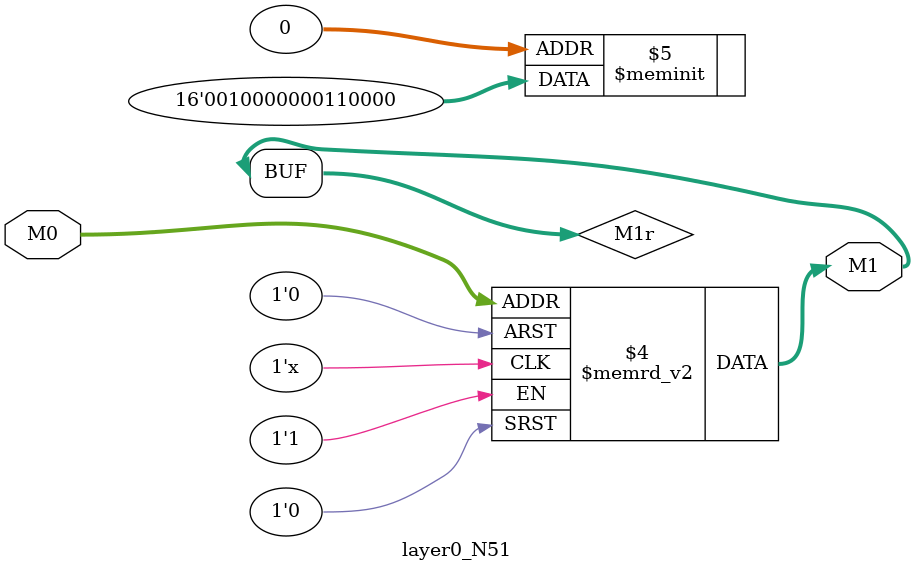
<source format=v>
module layer0_N51 ( input [2:0] M0, output [1:0] M1 );

	(*rom_style = "distributed" *) reg [1:0] M1r;
	assign M1 = M1r;
	always @ (M0) begin
		case (M0)
			3'b000: M1r = 2'b00;
			3'b100: M1r = 2'b00;
			3'b010: M1r = 2'b11;
			3'b110: M1r = 2'b10;
			3'b001: M1r = 2'b00;
			3'b101: M1r = 2'b00;
			3'b011: M1r = 2'b00;
			3'b111: M1r = 2'b00;

		endcase
	end
endmodule

</source>
